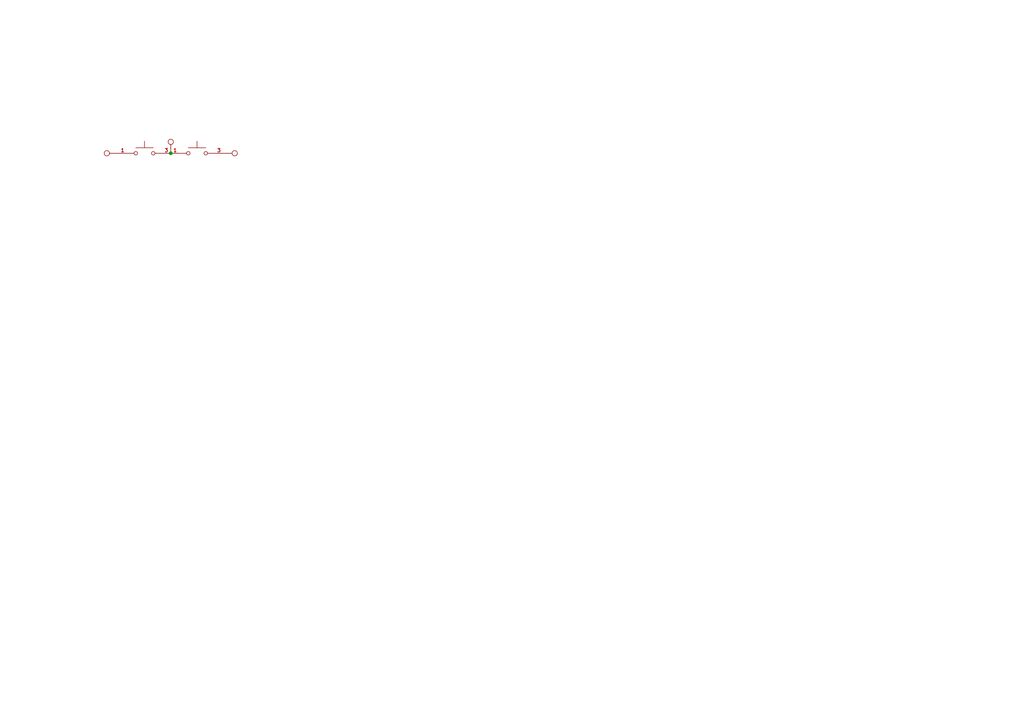
<source format=kicad_sch>
(kicad_sch
	(version 20231120)
	(generator "eeschema")
	(generator_version "8.0")
	(uuid "451105f8-fe1c-47cc-9671-1fe95abf679e")
	(paper "A4")
	(lib_symbols
		(symbol "Connector:TestPoint"
			(pin_numbers hide)
			(pin_names
				(offset 0.762) hide)
			(exclude_from_sim no)
			(in_bom yes)
			(on_board yes)
			(property "Reference" "TP"
				(at 0 6.858 0)
				(effects
					(font
						(size 1.27 1.27)
					)
				)
			)
			(property "Value" "TestPoint"
				(at 0 5.08 0)
				(effects
					(font
						(size 1.27 1.27)
					)
				)
			)
			(property "Footprint" ""
				(at 5.08 0 0)
				(effects
					(font
						(size 1.27 1.27)
					)
					(hide yes)
				)
			)
			(property "Datasheet" "~"
				(at 5.08 0 0)
				(effects
					(font
						(size 1.27 1.27)
					)
					(hide yes)
				)
			)
			(property "Description" "test point"
				(at 0 0 0)
				(effects
					(font
						(size 1.27 1.27)
					)
					(hide yes)
				)
			)
			(property "ki_keywords" "test point tp"
				(at 0 0 0)
				(effects
					(font
						(size 1.27 1.27)
					)
					(hide yes)
				)
			)
			(property "ki_fp_filters" "Pin* Test*"
				(at 0 0 0)
				(effects
					(font
						(size 1.27 1.27)
					)
					(hide yes)
				)
			)
			(symbol "TestPoint_0_1"
				(circle
					(center 0 3.302)
					(radius 0.762)
					(stroke
						(width 0)
						(type default)
					)
					(fill
						(type none)
					)
				)
			)
			(symbol "TestPoint_1_1"
				(pin passive line
					(at 0 0 90)
					(length 2.54)
					(name "1"
						(effects
							(font
								(size 1.27 1.27)
							)
						)
					)
					(number "1"
						(effects
							(font
								(size 1.27 1.27)
							)
						)
					)
				)
			)
		)
		(symbol "TL3315NF250Q:TL3315NF250Q"
			(pin_names
				(offset 1.016)
			)
			(exclude_from_sim no)
			(in_bom yes)
			(on_board yes)
			(property "Reference" "S"
				(at -7.62 5.08 0)
				(effects
					(font
						(size 1.27 1.27)
					)
					(justify left bottom)
				)
			)
			(property "Value" "TL3315NF250Q"
				(at -7.62 -5.08 0)
				(effects
					(font
						(size 1.27 1.27)
					)
					(justify left bottom)
				)
			)
			(property "Footprint" "TL3315NF250Q:SW_TL3315NF250Q"
				(at 0 0 0)
				(effects
					(font
						(size 1.27 1.27)
					)
					(justify bottom)
					(hide yes)
				)
			)
			(property "Datasheet" ""
				(at 0 0 0)
				(effects
					(font
						(size 1.27 1.27)
					)
					(hide yes)
				)
			)
			(property "Description" ""
				(at 0 0 0)
				(effects
					(font
						(size 1.27 1.27)
					)
					(hide yes)
				)
			)
			(property "MF" "E-Switch"
				(at 0 0 0)
				(effects
					(font
						(size 1.27 1.27)
					)
					(justify bottom)
					(hide yes)
				)
			)
			(property "Description_1" "Tactile Switch SPST-NO Top Actuated Surface Mount"
				(at 0 0 0)
				(effects
					(font
						(size 1.27 1.27)
					)
					(justify bottom)
					(hide yes)
				)
			)
			(property "Package" "None"
				(at 0 0 0)
				(effects
					(font
						(size 1.27 1.27)
					)
					(justify bottom)
					(hide yes)
				)
			)
			(property "Price" "None"
				(at 0 0 0)
				(effects
					(font
						(size 1.27 1.27)
					)
					(justify bottom)
					(hide yes)
				)
			)
			(property "MP" "TL3315NF250Q"
				(at 0 0 0)
				(effects
					(font
						(size 1.27 1.27)
					)
					(justify bottom)
					(hide yes)
				)
			)
			(property "Availability" "In Stock"
				(at 0 0 0)
				(effects
					(font
						(size 1.27 1.27)
					)
					(justify bottom)
					(hide yes)
				)
			)
			(property "Purchase-URL" "https://pricing.snapeda.com/search/part/TL3315NF250Q/?ref=eda"
				(at 0 0 0)
				(effects
					(font
						(size 1.27 1.27)
					)
					(justify bottom)
					(hide yes)
				)
			)
			(symbol "TL3315NF250Q_0_0"
				(circle
					(center -2.54 0)
					(radius 0.508)
					(stroke
						(width 0.1524)
						(type default)
					)
					(fill
						(type none)
					)
				)
				(polyline
					(pts
						(xy -5.08 0) (xy -3.048 0)
					)
					(stroke
						(width 0.1524)
						(type default)
					)
					(fill
						(type none)
					)
				)
				(polyline
					(pts
						(xy -2.54 1.5875) (xy 0 1.5875)
					)
					(stroke
						(width 0.1524)
						(type default)
					)
					(fill
						(type none)
					)
				)
				(polyline
					(pts
						(xy 0 1.5875) (xy 0 3.4925)
					)
					(stroke
						(width 0.1524)
						(type default)
					)
					(fill
						(type none)
					)
				)
				(polyline
					(pts
						(xy 0 1.5875) (xy 2.54 1.5875)
					)
					(stroke
						(width 0.1524)
						(type default)
					)
					(fill
						(type none)
					)
				)
				(polyline
					(pts
						(xy 5.08 0) (xy 3.048 0)
					)
					(stroke
						(width 0.1524)
						(type default)
					)
					(fill
						(type none)
					)
				)
				(circle
					(center 2.54 0)
					(radius 0.508)
					(stroke
						(width 0.1524)
						(type default)
					)
					(fill
						(type none)
					)
				)
				(pin passive line
					(at -7.62 0 0)
					(length 2.54)
					(name "~"
						(effects
							(font
								(size 1.016 1.016)
							)
						)
					)
					(number "1"
						(effects
							(font
								(size 1.016 1.016)
							)
						)
					)
				)
				(pin passive line
					(at 7.62 0 180)
					(length 2.54)
					(name "~"
						(effects
							(font
								(size 1.016 1.016)
							)
						)
					)
					(number "3"
						(effects
							(font
								(size 1.016 1.016)
							)
						)
					)
				)
			)
		)
	)
	(junction
		(at 49.53 44.45)
		(diameter 0)
		(color 0 0 0 0)
		(uuid "f04dd02c-3543-461e-8414-f955272f46e8")
	)
	(symbol
		(lib_id "Connector:TestPoint")
		(at 49.53 44.45 0)
		(unit 1)
		(exclude_from_sim no)
		(in_bom yes)
		(on_board yes)
		(dnp no)
		(fields_autoplaced yes)
		(uuid "2b7ad55d-323c-4d26-b660-b7f9ccfe8d1b")
		(property "Reference" "TP2"
			(at 52.07 39.8779 0)
			(effects
				(font
					(size 1.27 1.27)
				)
				(justify left)
				(hide yes)
			)
		)
		(property "Value" "GND"
			(at 52.07 42.4179 0)
			(effects
				(font
					(size 1.27 1.27)
				)
				(justify left)
				(hide yes)
			)
		)
		(property "Footprint" "TestPoint:TestPoint_Pad_D1.0mm"
			(at 54.61 44.45 0)
			(effects
				(font
					(size 1.27 1.27)
				)
				(hide yes)
			)
		)
		(property "Datasheet" "~"
			(at 54.61 44.45 0)
			(effects
				(font
					(size 1.27 1.27)
				)
				(hide yes)
			)
		)
		(property "Description" "test point"
			(at 49.53 44.45 0)
			(effects
				(font
					(size 1.27 1.27)
				)
				(hide yes)
			)
		)
		(pin "1"
			(uuid "78eb2987-5e3a-454e-a330-6ecdcb10ba7c")
		)
		(instances
			(project "Z PCB"
				(path "/451105f8-fe1c-47cc-9671-1fe95abf679e"
					(reference "TP2")
					(unit 1)
				)
			)
		)
	)
	(symbol
		(lib_id "TL3315NF250Q:TL3315NF250Q")
		(at 57.15 44.45 0)
		(unit 1)
		(exclude_from_sim no)
		(in_bom yes)
		(on_board yes)
		(dnp no)
		(fields_autoplaced yes)
		(uuid "5541f674-f37d-4406-8379-0966397854d1")
		(property "Reference" "S2"
			(at 57.15 35.56 0)
			(effects
				(font
					(size 1.27 1.27)
				)
				(hide yes)
			)
		)
		(property "Value" "TL3315NF250Q"
			(at 57.15 38.1 0)
			(effects
				(font
					(size 1.27 1.27)
				)
				(hide yes)
			)
		)
		(property "Footprint" "TL3315NF250Q:SW_TL3315NF250Q"
			(at 57.15 44.45 0)
			(effects
				(font
					(size 1.27 1.27)
				)
				(justify bottom)
				(hide yes)
			)
		)
		(property "Datasheet" ""
			(at 57.15 44.45 0)
			(effects
				(font
					(size 1.27 1.27)
				)
				(hide yes)
			)
		)
		(property "Description" ""
			(at 57.15 44.45 0)
			(effects
				(font
					(size 1.27 1.27)
				)
				(hide yes)
			)
		)
		(property "MF" "E-Switch"
			(at 57.15 44.45 0)
			(effects
				(font
					(size 1.27 1.27)
				)
				(justify bottom)
				(hide yes)
			)
		)
		(property "Description_1" "Tactile Switch SPST-NO Top Actuated Surface Mount"
			(at 57.15 44.45 0)
			(effects
				(font
					(size 1.27 1.27)
				)
				(justify bottom)
				(hide yes)
			)
		)
		(property "Package" "None"
			(at 57.15 44.45 0)
			(effects
				(font
					(size 1.27 1.27)
				)
				(justify bottom)
				(hide yes)
			)
		)
		(property "Price" "None"
			(at 57.15 44.45 0)
			(effects
				(font
					(size 1.27 1.27)
				)
				(justify bottom)
				(hide yes)
			)
		)
		(property "MP" "TL3315NF250Q"
			(at 57.15 44.45 0)
			(effects
				(font
					(size 1.27 1.27)
				)
				(justify bottom)
				(hide yes)
			)
		)
		(property "Availability" "In Stock"
			(at 57.15 44.45 0)
			(effects
				(font
					(size 1.27 1.27)
				)
				(justify bottom)
				(hide yes)
			)
		)
		(property "Purchase-URL" "https://pricing.snapeda.com/search/part/TL3315NF250Q/?ref=eda"
			(at 57.15 44.45 0)
			(effects
				(font
					(size 1.27 1.27)
				)
				(justify bottom)
				(hide yes)
			)
		)
		(pin "3"
			(uuid "5f5fb60a-d9ce-4249-a93f-6ecb31cfd741")
		)
		(pin "1"
			(uuid "8ccbc895-fb59-4439-925e-0129c2933222")
		)
		(instances
			(project "Z PCB"
				(path "/451105f8-fe1c-47cc-9671-1fe95abf679e"
					(reference "S2")
					(unit 1)
				)
			)
		)
	)
	(symbol
		(lib_id "Connector:TestPoint")
		(at 34.29 44.45 90)
		(unit 1)
		(exclude_from_sim no)
		(in_bom yes)
		(on_board yes)
		(dnp no)
		(fields_autoplaced yes)
		(uuid "7fc6d144-46a2-4864-a4cf-7c8a7cb83dd5")
		(property "Reference" "TP1"
			(at 30.988 39.37 90)
			(effects
				(font
					(size 1.27 1.27)
				)
				(hide yes)
			)
		)
		(property "Value" "LZ"
			(at 30.988 41.91 90)
			(effects
				(font
					(size 1.27 1.27)
				)
				(hide yes)
			)
		)
		(property "Footprint" "TestPoint:TestPoint_Pad_D1.0mm"
			(at 34.29 39.37 0)
			(effects
				(font
					(size 1.27 1.27)
				)
				(hide yes)
			)
		)
		(property "Datasheet" "~"
			(at 34.29 39.37 0)
			(effects
				(font
					(size 1.27 1.27)
				)
				(hide yes)
			)
		)
		(property "Description" "test point"
			(at 34.29 44.45 0)
			(effects
				(font
					(size 1.27 1.27)
				)
				(hide yes)
			)
		)
		(pin "1"
			(uuid "531e8167-5544-4f3a-9f5f-4fa592da4cd8")
		)
		(instances
			(project "Z PCB"
				(path "/451105f8-fe1c-47cc-9671-1fe95abf679e"
					(reference "TP1")
					(unit 1)
				)
			)
		)
	)
	(symbol
		(lib_id "Connector:TestPoint")
		(at 64.77 44.45 270)
		(unit 1)
		(exclude_from_sim no)
		(in_bom yes)
		(on_board yes)
		(dnp no)
		(fields_autoplaced yes)
		(uuid "e41a0a88-50a1-4dea-bdc4-53141489d813")
		(property "Reference" "TP3"
			(at 69.85 43.1799 90)
			(effects
				(font
					(size 1.27 1.27)
				)
				(justify left)
				(hide yes)
			)
		)
		(property "Value" "RZ"
			(at 69.85 45.7199 90)
			(effects
				(font
					(size 1.27 1.27)
				)
				(justify left)
				(hide yes)
			)
		)
		(property "Footprint" "TestPoint:TestPoint_Pad_D1.0mm"
			(at 64.77 49.53 0)
			(effects
				(font
					(size 1.27 1.27)
				)
				(hide yes)
			)
		)
		(property "Datasheet" "~"
			(at 64.77 49.53 0)
			(effects
				(font
					(size 1.27 1.27)
				)
				(hide yes)
			)
		)
		(property "Description" "test point"
			(at 64.77 44.45 0)
			(effects
				(font
					(size 1.27 1.27)
				)
				(hide yes)
			)
		)
		(pin "1"
			(uuid "8f39262c-bbc0-44bf-b787-23e5813ae58a")
		)
		(instances
			(project "Z PCB"
				(path "/451105f8-fe1c-47cc-9671-1fe95abf679e"
					(reference "TP3")
					(unit 1)
				)
			)
		)
	)
	(symbol
		(lib_id "TL3315NF250Q:TL3315NF250Q")
		(at 41.91 44.45 0)
		(unit 1)
		(exclude_from_sim no)
		(in_bom yes)
		(on_board yes)
		(dnp no)
		(fields_autoplaced yes)
		(uuid "e54f7787-4f40-4a87-aab3-be4c17e20f3c")
		(property "Reference" "S1"
			(at 41.91 35.56 0)
			(effects
				(font
					(size 1.27 1.27)
				)
				(hide yes)
			)
		)
		(property "Value" "TL3315NF250Q"
			(at 41.91 38.1 0)
			(effects
				(font
					(size 1.27 1.27)
				)
				(hide yes)
			)
		)
		(property "Footprint" "TL3315NF250Q:SW_TL3315NF250Q"
			(at 41.91 44.45 0)
			(effects
				(font
					(size 1.27 1.27)
				)
				(justify bottom)
				(hide yes)
			)
		)
		(property "Datasheet" ""
			(at 41.91 44.45 0)
			(effects
				(font
					(size 1.27 1.27)
				)
				(hide yes)
			)
		)
		(property "Description" ""
			(at 41.91 44.45 0)
			(effects
				(font
					(size 1.27 1.27)
				)
				(hide yes)
			)
		)
		(property "MF" "E-Switch"
			(at 41.91 44.45 0)
			(effects
				(font
					(size 1.27 1.27)
				)
				(justify bottom)
				(hide yes)
			)
		)
		(property "Description_1" "Tactile Switch SPST-NO Top Actuated Surface Mount"
			(at 41.91 44.45 0)
			(effects
				(font
					(size 1.27 1.27)
				)
				(justify bottom)
				(hide yes)
			)
		)
		(property "Package" "None"
			(at 41.91 44.45 0)
			(effects
				(font
					(size 1.27 1.27)
				)
				(justify bottom)
				(hide yes)
			)
		)
		(property "Price" "None"
			(at 41.91 44.45 0)
			(effects
				(font
					(size 1.27 1.27)
				)
				(justify bottom)
				(hide yes)
			)
		)
		(property "MP" "TL3315NF250Q"
			(at 41.91 44.45 0)
			(effects
				(font
					(size 1.27 1.27)
				)
				(justify bottom)
				(hide yes)
			)
		)
		(property "Availability" "In Stock"
			(at 41.91 44.45 0)
			(effects
				(font
					(size 1.27 1.27)
				)
				(justify bottom)
				(hide yes)
			)
		)
		(property "Purchase-URL" "https://pricing.snapeda.com/search/part/TL3315NF250Q/?ref=eda"
			(at 41.91 44.45 0)
			(effects
				(font
					(size 1.27 1.27)
				)
				(justify bottom)
				(hide yes)
			)
		)
		(pin "3"
			(uuid "31bd8fa9-a935-4a20-b69a-c2224608884d")
		)
		(pin "1"
			(uuid "f6dcf3ec-84c4-4460-802f-160ce14fa21d")
		)
		(instances
			(project "Z PCB"
				(path "/451105f8-fe1c-47cc-9671-1fe95abf679e"
					(reference "S1")
					(unit 1)
				)
			)
		)
	)
	(sheet_instances
		(path "/"
			(page "1")
		)
	)
)

</source>
